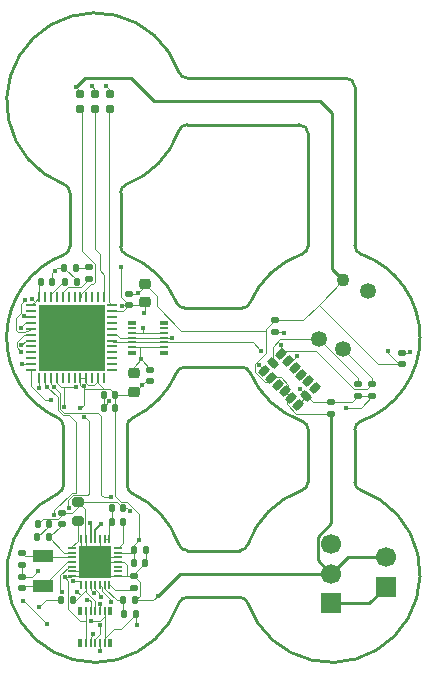
<source format=gbr>
%TF.GenerationSoftware,KiCad,Pcbnew,9.0.1*%
%TF.CreationDate,2025-04-11T17:48:52-04:00*%
%TF.ProjectId,IngestibleCapsule-Board_v2,496e6765-7374-4696-926c-654361707375,rev?*%
%TF.SameCoordinates,Original*%
%TF.FileFunction,Copper,L1,Top*%
%TF.FilePolarity,Positive*%
%FSLAX46Y46*%
G04 Gerber Fmt 4.6, Leading zero omitted, Abs format (unit mm)*
G04 Created by KiCad (PCBNEW 9.0.1) date 2025-04-11 17:48:52*
%MOMM*%
%LPD*%
G01*
G04 APERTURE LIST*
G04 Aperture macros list*
%AMRoundRect*
0 Rectangle with rounded corners*
0 $1 Rounding radius*
0 $2 $3 $4 $5 $6 $7 $8 $9 X,Y pos of 4 corners*
0 Add a 4 corners polygon primitive as box body*
4,1,4,$2,$3,$4,$5,$6,$7,$8,$9,$2,$3,0*
0 Add four circle primitives for the rounded corners*
1,1,$1+$1,$2,$3*
1,1,$1+$1,$4,$5*
1,1,$1+$1,$6,$7*
1,1,$1+$1,$8,$9*
0 Add four rect primitives between the rounded corners*
20,1,$1+$1,$2,$3,$4,$5,0*
20,1,$1+$1,$4,$5,$6,$7,0*
20,1,$1+$1,$6,$7,$8,$9,0*
20,1,$1+$1,$8,$9,$2,$3,0*%
G04 Aperture macros list end*
%TA.AperFunction,SMDPad,CuDef*%
%ADD10R,0.700000X0.200000*%
%TD*%
%TA.AperFunction,SMDPad,CuDef*%
%ADD11R,0.200000X0.700000*%
%TD*%
%TA.AperFunction,SMDPad,CuDef*%
%ADD12R,2.700000X2.700000*%
%TD*%
%TA.AperFunction,SMDPad,CuDef*%
%ADD13RoundRect,0.147500X-0.147500X-0.172500X0.147500X-0.172500X0.147500X0.172500X-0.147500X0.172500X0*%
%TD*%
%TA.AperFunction,SMDPad,CuDef*%
%ADD14RoundRect,0.135000X0.135000X0.185000X-0.135000X0.185000X-0.135000X-0.185000X0.135000X-0.185000X0*%
%TD*%
%TA.AperFunction,SMDPad,CuDef*%
%ADD15RoundRect,0.140000X-0.140000X-0.170000X0.140000X-0.170000X0.140000X0.170000X-0.140000X0.170000X0*%
%TD*%
%TA.AperFunction,ComponentPad*%
%ADD16R,1.700000X1.700000*%
%TD*%
%TA.AperFunction,ComponentPad*%
%ADD17C,1.700000*%
%TD*%
%TA.AperFunction,SMDPad,CuDef*%
%ADD18RoundRect,0.150000X-0.123744X-0.335876X0.335876X0.123744X0.123744X0.335876X-0.335876X-0.123744X0*%
%TD*%
%TA.AperFunction,SMDPad,CuDef*%
%ADD19RoundRect,0.150000X0.123744X-0.335876X0.335876X-0.123744X-0.123744X0.335876X-0.335876X0.123744X0*%
%TD*%
%TA.AperFunction,SMDPad,CuDef*%
%ADD20RoundRect,0.062500X-0.375000X-0.062500X0.375000X-0.062500X0.375000X0.062500X-0.375000X0.062500X0*%
%TD*%
%TA.AperFunction,SMDPad,CuDef*%
%ADD21RoundRect,0.062500X-0.062500X-0.375000X0.062500X-0.375000X0.062500X0.375000X-0.062500X0.375000X0*%
%TD*%
%TA.AperFunction,HeatsinkPad*%
%ADD22R,5.600000X5.600000*%
%TD*%
%TA.AperFunction,SMDPad,CuDef*%
%ADD23RoundRect,0.140000X0.170000X-0.140000X0.170000X0.140000X-0.170000X0.140000X-0.170000X-0.140000X0*%
%TD*%
%TA.AperFunction,SMDPad,CuDef*%
%ADD24RoundRect,0.140000X0.140000X0.170000X-0.140000X0.170000X-0.140000X-0.170000X0.140000X-0.170000X0*%
%TD*%
%TA.AperFunction,SMDPad,CuDef*%
%ADD25RoundRect,0.200000X0.275000X-0.200000X0.275000X0.200000X-0.275000X0.200000X-0.275000X-0.200000X0*%
%TD*%
%TA.AperFunction,SMDPad,CuDef*%
%ADD26RoundRect,0.135000X-0.135000X-0.185000X0.135000X-0.185000X0.135000X0.185000X-0.135000X0.185000X0*%
%TD*%
%TA.AperFunction,SMDPad,CuDef*%
%ADD27RoundRect,0.135000X0.185000X-0.135000X0.185000X0.135000X-0.185000X0.135000X-0.185000X-0.135000X0*%
%TD*%
%TA.AperFunction,SMDPad,CuDef*%
%ADD28RoundRect,0.140000X-0.170000X0.140000X-0.170000X-0.140000X0.170000X-0.140000X0.170000X0.140000X0*%
%TD*%
%TA.AperFunction,SMDPad,CuDef*%
%ADD29R,0.660000X0.350000*%
%TD*%
%TA.AperFunction,SMDPad,CuDef*%
%ADD30R,0.660000X0.230000*%
%TD*%
%TA.AperFunction,SMDPad,CuDef*%
%ADD31R,1.800000X1.000000*%
%TD*%
%TA.AperFunction,ConnectorPad*%
%ADD32C,0.787400*%
%TD*%
%TA.AperFunction,SMDPad,CuDef*%
%ADD33R,0.350000X0.660000*%
%TD*%
%TA.AperFunction,SMDPad,CuDef*%
%ADD34R,0.230000X0.660000*%
%TD*%
%TA.AperFunction,ComponentPad*%
%ADD35C,1.350000*%
%TD*%
%TA.AperFunction,ComponentPad*%
%ADD36C,1.100000*%
%TD*%
%TA.AperFunction,SMDPad,CuDef*%
%ADD37RoundRect,0.135000X-0.185000X0.135000X-0.185000X-0.135000X0.185000X-0.135000X0.185000X0.135000X0*%
%TD*%
%TA.AperFunction,SMDPad,CuDef*%
%ADD38RoundRect,0.225000X0.250000X-0.225000X0.250000X0.225000X-0.250000X0.225000X-0.250000X-0.225000X0*%
%TD*%
%TA.AperFunction,SMDPad,CuDef*%
%ADD39RoundRect,0.147500X-0.172500X0.147500X-0.172500X-0.147500X0.172500X-0.147500X0.172500X0.147500X0*%
%TD*%
%TA.AperFunction,ViaPad*%
%ADD40C,0.450000*%
%TD*%
%TA.AperFunction,Conductor*%
%ADD41C,0.100000*%
%TD*%
%TA.AperFunction,Conductor*%
%ADD42C,0.250000*%
%TD*%
%TA.AperFunction,Conductor*%
%ADD43C,0.200000*%
%TD*%
%TA.AperFunction,Profile*%
%ADD44C,0.250000*%
%TD*%
G04 APERTURE END LIST*
D10*
%TO.P,U5,1,BIAS*%
%TO.N,Net-(U5-BIAS)*%
X88050000Y-117800000D03*
%TO.P,U5,2,PLL_TUNE*%
%TO.N,Net-(U5-PLL_TUNE)*%
X88050000Y-118200000D03*
%TO.P,U5,3,XTAL_C1*%
%TO.N,Net-(U5-XTAL_C1)*%
X88050000Y-118600000D03*
%TO.P,U5,4,XTAL_C2*%
%TO.N,Net-(U5-XTAL_C2)*%
X88050000Y-119000000D03*
%TO.P,U5,5,AVDD_3V*%
%TO.N,+3.3V*%
X88050000Y-119400000D03*
%TO.P,U5,6,GND*%
%TO.N,GND*%
X88050000Y-119800000D03*
%TO.P,U5,7,SHUTDOWN*%
X88050000Y-120200000D03*
D11*
%TO.P,U5,8,IRQ*%
%TO.N,/MCU_RF_IRQ*%
X88800000Y-120950000D03*
%TO.P,U5,9,CSN*%
%TO.N,/MCU_RF_CS*%
X89200000Y-120950000D03*
%TO.P,U5,10,SCK*%
%TO.N,/MCU_SPI_SCK*%
X89600000Y-120950000D03*
%TO.P,U5,11,MOSI*%
%TO.N,/MCU_SPI_MOSI*%
X90000000Y-120950000D03*
%TO.P,U5,12,MISO*%
%TO.N,/MCU_SPI_MISO*%
X90400000Y-120950000D03*
%TO.P,U5,13,RSTN*%
%TO.N,Net-(U5-RSTN)*%
X90800000Y-120950000D03*
%TO.P,U5,14,DVDD_1V8*%
%TO.N,Net-(U5-DVDD_1V8)*%
X91200000Y-120950000D03*
D10*
%TO.P,U5,15,RES*%
%TO.N,GND*%
X91950000Y-120200000D03*
%TO.P,U5,16,XTAL_CLK*%
%TO.N,unconnected-(U5-XTAL_CLK-Pad16)*%
X91950000Y-119800000D03*
%TO.P,U5,17,PLL_CLK*%
%TO.N,unconnected-(U5-PLL_CLK-Pad17)*%
X91950000Y-119400000D03*
%TO.P,U5,18,RES*%
%TO.N,GND*%
X91950000Y-119000000D03*
%TO.P,U5,19,RES*%
X91950000Y-118600000D03*
%TO.P,U5,20,DVDD_3V*%
%TO.N,+3.3V*%
X91950000Y-118200000D03*
%TO.P,U5,21,REG_OUT*%
%TO.N,Net-(U5-REG_OUT)*%
X91950000Y-117800000D03*
D11*
%TO.P,U5,22,DVDD_1V*%
%TO.N,Net-(U5-AVDD_1V)*%
X91200000Y-117050000D03*
%TO.P,U5,23,AVDD_1V*%
X90800000Y-117050000D03*
%TO.P,U5,24,GND*%
%TO.N,GND*%
X90400000Y-117050000D03*
%TO.P,U5,25,RFN*%
%TO.N,/RF Transceiver/RFN*%
X90000000Y-117050000D03*
%TO.P,U5,26,RFP*%
%TO.N,/RF Transceiver/RFP*%
X89600000Y-117050000D03*
%TO.P,U5,27,GND*%
%TO.N,GND*%
X89200000Y-117050000D03*
%TO.P,U5,28,GND*%
X88800000Y-117050000D03*
D12*
%TO.P,U5,29,GND*%
X90000000Y-119000000D03*
%TD*%
D13*
%TO.P,L1,1*%
%TO.N,Net-(U5-AVDD_1V)*%
X91415000Y-115600000D03*
%TO.P,L1,2*%
%TO.N,Net-(U5-REG_OUT)*%
X92385000Y-115600000D03*
%TD*%
D14*
%TO.P,R4,1*%
%TO.N,Net-(D1-K)*%
X88410000Y-94100000D03*
%TO.P,R4,2*%
%TO.N,GND*%
X87390000Y-94100000D03*
%TD*%
D15*
%TO.P,C1,1*%
%TO.N,+3.3V*%
X85390000Y-95250000D03*
%TO.P,C1,2*%
%TO.N,GND*%
X86350000Y-95250000D03*
%TD*%
D16*
%TO.P,J8,1,Pin_1*%
%TO.N,+3.3V*%
X114595000Y-121110000D03*
D17*
%TO.P,J8,2,Pin_2*%
%TO.N,GND*%
X114595000Y-118570000D03*
%TD*%
D15*
%TO.P,C17,1*%
%TO.N,Net-(U5-AVDD_1V)*%
X91425000Y-114450000D03*
%TO.P,C17,2*%
%TO.N,GND*%
X92385000Y-114450000D03*
%TD*%
D14*
%TO.P,R10,1*%
%TO.N,+3.3V*%
X93420000Y-123400000D03*
%TO.P,R10,2*%
%TO.N,Net-(U5-RSTN)*%
X92400000Y-123400000D03*
%TD*%
D18*
%TO.P,U3,1,Vdd_I/O*%
%TO.N,+3.3V*%
X104328680Y-102842893D03*
%TO.P,U3,2,GND*%
%TO.N,GND*%
X104894365Y-103408579D03*
%TO.P,U3,3,RES*%
%TO.N,unconnected-(U3-RES-Pad3)*%
X105460051Y-103974264D03*
%TO.P,U3,4,GND*%
%TO.N,GND*%
X106025736Y-104539949D03*
%TO.P,U3,5,GND*%
X106591421Y-105105635D03*
%TO.P,U3,6,Vs*%
%TO.N,+3.3V*%
X107157107Y-105671320D03*
D19*
%TO.P,U3,7,~{CS}*%
X107864214Y-104964214D03*
D18*
%TO.P,U3,8,INT1*%
%TO.N,unconnected-(U3-INT1-Pad8)*%
X108571320Y-104257107D03*
%TO.P,U3,9,INT2*%
%TO.N,unconnected-(U3-INT2-Pad9)*%
X108005635Y-103691421D03*
%TO.P,U3,10,NC*%
%TO.N,unconnected-(U3-NC-Pad10)*%
X107439949Y-103125736D03*
%TO.P,U3,11,RES*%
%TO.N,unconnected-(U3-RES-Pad11)*%
X106874264Y-102560051D03*
%TO.P,U3,12,SDO/ADDR*%
%TO.N,Net-(U3-SDO{slash}ADDR)*%
X106308579Y-101994365D03*
%TO.P,U3,13,SDA/SDI/SDIO*%
%TO.N,/MCU_I2C_SDA*%
X105742893Y-101428680D03*
D19*
%TO.P,U3,14,SCL/SCLK*%
%TO.N,/MCU_I2C_SCL*%
X105035786Y-102135786D03*
%TD*%
D20*
%TO.P,U1,1,VBAT*%
%TO.N,+3.3V*%
X84562500Y-97250000D03*
%TO.P,U1,2,PC13*%
%TO.N,unconnected-(U1-PC13-Pad2)*%
X84562500Y-97750000D03*
%TO.P,U1,3,PC14*%
%TO.N,Net-(U1-PC14)*%
X84562500Y-98250000D03*
%TO.P,U1,4,PC15*%
%TO.N,Net-(U1-PC15)*%
X84562500Y-98750000D03*
%TO.P,U1,5,PF0*%
%TO.N,Net-(U1-PF0)*%
X84562500Y-99250000D03*
%TO.P,U1,6,PF1*%
%TO.N,Net-(U1-PF1)*%
X84562500Y-99750000D03*
%TO.P,U1,7,PG10*%
%TO.N,/Processor/NRST*%
X84562500Y-100250000D03*
%TO.P,U1,8,PA0*%
%TO.N,unconnected-(U1-PA0-Pad8)*%
X84562500Y-100750000D03*
%TO.P,U1,9,PA1*%
%TO.N,unconnected-(U1-PA1-Pad9)*%
X84562500Y-101250000D03*
%TO.P,U1,10,PA2*%
%TO.N,unconnected-(U1-PA2-Pad10)*%
X84562500Y-101750000D03*
%TO.P,U1,11,PA3*%
%TO.N,/MCU_RF_IRQ*%
X84562500Y-102250000D03*
%TO.P,U1,12,PA4*%
%TO.N,/MCU_RF_CS*%
X84562500Y-102750000D03*
D21*
%TO.P,U1,13,PA5*%
%TO.N,/MCU_SPI_SCK*%
X85250000Y-103437500D03*
%TO.P,U1,14,PA6*%
%TO.N,/MCU_SPI_MISO*%
X85750000Y-103437500D03*
%TO.P,U1,15,PA7*%
%TO.N,/MCU_SPI_MOSI*%
X86250000Y-103437500D03*
%TO.P,U1,16,PC4*%
%TO.N,/MCU_MEM_CS*%
X86750000Y-103437500D03*
%TO.P,U1,17,PB0*%
%TO.N,unconnected-(U1-PB0-Pad17)*%
X87250000Y-103437500D03*
%TO.P,U1,18,PB1*%
%TO.N,unconnected-(U1-PB1-Pad18)*%
X87750000Y-103437500D03*
%TO.P,U1,19,PB2*%
%TO.N,unconnected-(U1-PB2-Pad19)*%
X88250000Y-103437500D03*
%TO.P,U1,20,VREF+*%
%TO.N,+3.3V*%
X88750000Y-103437500D03*
%TO.P,U1,21,VDDA*%
X89250000Y-103437500D03*
%TO.P,U1,22,PB10*%
%TO.N,unconnected-(U1-PB10-Pad22)*%
X89750000Y-103437500D03*
%TO.P,U1,23,VDD*%
%TO.N,+3.3V*%
X90250000Y-103437500D03*
%TO.P,U1,24,PB11*%
%TO.N,unconnected-(U1-PB11-Pad24)*%
X90750000Y-103437500D03*
D20*
%TO.P,U1,25,PB12*%
%TO.N,unconnected-(U1-PB12-Pad25)*%
X91437500Y-102750000D03*
%TO.P,U1,26,PB13*%
%TO.N,unconnected-(U1-PB13-Pad26)*%
X91437500Y-102250000D03*
%TO.P,U1,27,PB14*%
%TO.N,unconnected-(U1-PB14-Pad27)*%
X91437500Y-101750000D03*
%TO.P,U1,28,PB15*%
%TO.N,unconnected-(U1-PB15-Pad28)*%
X91437500Y-101250000D03*
%TO.P,U1,29,PC6*%
%TO.N,unconnected-(U1-PC6-Pad29)*%
X91437500Y-100750000D03*
%TO.P,U1,30,PA8*%
%TO.N,/MCU_I2C_SDA*%
X91437500Y-100250000D03*
%TO.P,U1,31,PA9*%
%TO.N,/MCU_I2C_SCL*%
X91437500Y-99750000D03*
%TO.P,U1,32,PA10*%
%TO.N,unconnected-(U1-PA10-Pad32)*%
X91437500Y-99250000D03*
%TO.P,U1,33,PA11*%
%TO.N,unconnected-(U1-PA11-Pad33)*%
X91437500Y-98750000D03*
%TO.P,U1,34,PA12*%
%TO.N,unconnected-(U1-PA12-Pad34)*%
X91437500Y-98250000D03*
%TO.P,U1,35,VDD*%
%TO.N,+3.3V*%
X91437500Y-97750000D03*
%TO.P,U1,36,PA13*%
%TO.N,/Processor/SWDIO*%
X91437500Y-97250000D03*
D21*
%TO.P,U1,37,PA14*%
%TO.N,/Processor/SWCLK*%
X90750000Y-96562500D03*
%TO.P,U1,38,PA15*%
%TO.N,unconnected-(U1-PA15-Pad38)*%
X90250000Y-96562500D03*
%TO.P,U1,39,PC10*%
%TO.N,unconnected-(U1-PC10-Pad39)*%
X89750000Y-96562500D03*
%TO.P,U1,40,PC11*%
%TO.N,unconnected-(U1-PC11-Pad40)*%
X89250000Y-96562500D03*
%TO.P,U1,41,PB3*%
%TO.N,/Processor/SWO*%
X88750000Y-96562500D03*
%TO.P,U1,42,PB4*%
%TO.N,unconnected-(U1-PB4-Pad42)*%
X88250000Y-96562500D03*
%TO.P,U1,43,PB5*%
%TO.N,unconnected-(U1-PB5-Pad43)*%
X87750000Y-96562500D03*
%TO.P,U1,44,PB6*%
%TO.N,/Processor/LED_OUT*%
X87250000Y-96562500D03*
%TO.P,U1,45,PB7*%
%TO.N,unconnected-(U1-PB7-Pad45)*%
X86750000Y-96562500D03*
%TO.P,U1,46,PB8*%
%TO.N,/Processor/BOOT0*%
X86250000Y-96562500D03*
%TO.P,U1,47,PB9*%
%TO.N,unconnected-(U1-PB9-Pad47)*%
X85750000Y-96562500D03*
%TO.P,U1,48,VDD*%
%TO.N,+3.3V*%
X85250000Y-96562500D03*
D22*
%TO.P,U1,49,VSS*%
%TO.N,GND*%
X88000000Y-100000000D03*
%TD*%
D16*
%TO.P,J7,1,Pin_1*%
%TO.N,+3.3V*%
X110000000Y-122500000D03*
D17*
%TO.P,J7,2,Pin_2*%
%TO.N,GND*%
X110000000Y-120000000D03*
%TO.P,J7,3,Pin_3*%
%TO.N,unconnected-(J7-Pin_3-Pad3)*%
X110000000Y-117500000D03*
%TD*%
D23*
%TO.P,C3,1*%
%TO.N,+3.3V*%
X92850000Y-97280000D03*
%TO.P,C3,2*%
%TO.N,GND*%
X92850000Y-96320000D03*
%TD*%
D24*
%TO.P,C5,1*%
%TO.N,+3.3V*%
X91680000Y-104850000D03*
%TO.P,C5,2*%
%TO.N,GND*%
X90720000Y-104850000D03*
%TD*%
D25*
%TO.P,R11,1*%
%TO.N,Net-(U5-BIAS)*%
X88500000Y-115550000D03*
%TO.P,R11,2*%
%TO.N,GND*%
X88500000Y-113900000D03*
%TD*%
D26*
%TO.P,R9,1*%
%TO.N,+3.3V*%
X87130000Y-122200000D03*
%TO.P,R9,2*%
%TO.N,/MCU_RF_CS*%
X88150000Y-122200000D03*
%TD*%
D23*
%TO.P,C20,1*%
%TO.N,Net-(U5-DVDD_1V8)*%
X93300000Y-121160000D03*
%TO.P,C20,2*%
%TO.N,GND*%
X93300000Y-120200000D03*
%TD*%
D27*
%TO.P,R5,1*%
%TO.N,+3.3V*%
X112250000Y-104950000D03*
%TO.P,R5,2*%
%TO.N,/MCU_I2C_SCL*%
X112250000Y-103930000D03*
%TD*%
D28*
%TO.P,C13,1*%
%TO.N,+3.3V*%
X116000000Y-101270000D03*
%TO.P,C13,2*%
%TO.N,GND*%
X116000000Y-102230000D03*
%TD*%
D24*
%TO.P,C23,1*%
%TO.N,Net-(C23-Pad1)*%
X86080000Y-115820000D03*
%TO.P,C23,2*%
%TO.N,GND*%
X85120000Y-115820000D03*
%TD*%
D15*
%TO.P,C19,1*%
%TO.N,Net-(U5-RSTN)*%
X92390000Y-122250000D03*
%TO.P,C19,2*%
%TO.N,GND*%
X93350000Y-122250000D03*
%TD*%
D29*
%TO.P,J1,*%
%TO.N,*%
X93145000Y-101275000D03*
X95855000Y-101275000D03*
X93145000Y-98725000D03*
X95855000Y-98725000D03*
D30*
%TO.P,J1,1,1*%
%TO.N,GND*%
X93145000Y-100800000D03*
%TO.P,J1,2,2*%
X95855000Y-100800000D03*
%TO.P,J1,3,3*%
%TO.N,/MCU_I2C_SDA*%
X93145000Y-100400000D03*
%TO.P,J1,4,4*%
X95855000Y-100400000D03*
%TO.P,J1,5,5*%
%TO.N,/MCU_I2C_SCL*%
X93145000Y-100000000D03*
%TO.P,J1,6,6*%
X95855000Y-100000000D03*
%TO.P,J1,7,7*%
%TO.N,+3.3V*%
X93145000Y-99600000D03*
%TO.P,J1,8,8*%
X95855000Y-99600000D03*
%TO.P,J1,9,9*%
%TO.N,unconnected-(J1-Pad9)*%
X93145000Y-99200000D03*
%TO.P,J1,10,10*%
%TO.N,unconnected-(J1-Pad10)*%
X95855000Y-99200000D03*
%TD*%
D28*
%TO.P,C22,1*%
%TO.N,Net-(U5-XTAL_C1)*%
X83828228Y-118260000D03*
%TO.P,C22,2*%
%TO.N,GND*%
X83828228Y-119220000D03*
%TD*%
D31*
%TO.P,Y3,1,1*%
%TO.N,Net-(U5-XTAL_C2)*%
X85578228Y-121000000D03*
%TO.P,Y3,2,2*%
%TO.N,Net-(U5-XTAL_C1)*%
X85578228Y-118500000D03*
%TD*%
D28*
%TO.P,C14,1*%
%TO.N,+3.3V*%
X110000000Y-105470000D03*
%TO.P,C14,2*%
%TO.N,GND*%
X110000000Y-106430000D03*
%TD*%
D14*
%TO.P,R12,1*%
%TO.N,Net-(U5-PLL_TUNE)*%
X86100000Y-116920000D03*
%TO.P,R12,2*%
%TO.N,Net-(C23-Pad1)*%
X85080000Y-116920000D03*
%TD*%
D23*
%TO.P,C21,1*%
%TO.N,Net-(U5-XTAL_C2)*%
X83828228Y-121240000D03*
%TO.P,C21,2*%
%TO.N,GND*%
X83828228Y-120280000D03*
%TD*%
D32*
%TO.P,J5,1,VCC*%
%TO.N,+3.3V*%
X91270000Y-79365000D03*
%TO.P,J5,2,SWDIO*%
%TO.N,/Processor/SWDIO*%
X91270000Y-80635000D03*
%TO.P,J5,3,~{RESET}*%
%TO.N,/Processor/NRST*%
X90000000Y-79365000D03*
%TO.P,J5,4,SWCLK*%
%TO.N,/Processor/SWCLK*%
X90000000Y-80635000D03*
%TO.P,J5,5,GND*%
%TO.N,GND*%
X88730000Y-79365000D03*
%TO.P,J5,6,SWO*%
%TO.N,/Processor/SWO*%
X88730000Y-80635000D03*
%TD*%
D23*
%TO.P,C24,1*%
%TO.N,Net-(U5-PLL_TUNE)*%
X87150000Y-115800000D03*
%TO.P,C24,2*%
%TO.N,GND*%
X87150000Y-114840000D03*
%TD*%
D33*
%TO.P,J4,*%
%TO.N,*%
X88725000Y-123145000D03*
X88725000Y-125855000D03*
X91275000Y-123145000D03*
X91275000Y-125855000D03*
D34*
%TO.P,J4,1,1*%
%TO.N,GND*%
X89200000Y-123145000D03*
%TO.P,J4,2,2*%
X89200000Y-125855000D03*
%TO.P,J4,3,3*%
%TO.N,/MCU_SPI_SCK*%
X89600000Y-123145000D03*
%TO.P,J4,4,4*%
%TO.N,/MCU_SPI_MISO*%
X89600000Y-125855000D03*
%TO.P,J4,5,5*%
%TO.N,/MCU_RF_CS*%
X90000000Y-123145000D03*
%TO.P,J4,6,6*%
%TO.N,/MCU_SPI_MOSI*%
X90000000Y-125855000D03*
%TO.P,J4,7,7*%
%TO.N,/MCU_RF_IRQ*%
X90400000Y-123145000D03*
%TO.P,J4,8,8*%
%TO.N,/MCU_MEM_CS*%
X90400000Y-125855000D03*
%TO.P,J4,9,9*%
%TO.N,+3.3V*%
X90800000Y-123145000D03*
%TO.P,J4,10,10*%
X90800000Y-125855000D03*
%TD*%
D35*
%TO.P,U2,1,SDA*%
%TO.N,/MCU_I2C_SDA*%
X111000000Y-101000000D03*
%TO.P,U2,2,VDD*%
%TO.N,+3.3V*%
X113065000Y-96015000D03*
D36*
%TO.P,U2,3,GND*%
%TO.N,GND*%
X111000000Y-95160000D03*
D35*
%TO.P,U2,4,SCL*%
%TO.N,/MCU_I2C_SCL*%
X108935000Y-100145000D03*
%TD*%
D26*
%TO.P,R2,1*%
%TO.N,/Processor/BOOT0*%
X87400000Y-95250000D03*
%TO.P,R2,2*%
%TO.N,GND*%
X88420000Y-95250000D03*
%TD*%
D15*
%TO.P,C16,1*%
%TO.N,+3.3V*%
X93300000Y-118000000D03*
%TO.P,C16,2*%
%TO.N,GND*%
X94260000Y-118000000D03*
%TD*%
D37*
%TO.P,R7,1*%
%TO.N,GND*%
X105200000Y-98540000D03*
%TO.P,R7,2*%
%TO.N,Net-(U3-SDO{slash}ADDR)*%
X105200000Y-99560000D03*
%TD*%
D23*
%TO.P,C6,1*%
%TO.N,+3.3V*%
X94650000Y-103680000D03*
%TO.P,C6,2*%
%TO.N,GND*%
X94650000Y-102720000D03*
%TD*%
D38*
%TO.P,C7,1*%
%TO.N,+3.3V*%
X93250000Y-104575000D03*
%TO.P,C7,2*%
%TO.N,GND*%
X93250000Y-103025000D03*
%TD*%
D24*
%TO.P,C4,1*%
%TO.N,+3.3V*%
X91680000Y-105950000D03*
%TO.P,C4,2*%
%TO.N,GND*%
X90720000Y-105950000D03*
%TD*%
D39*
%TO.P,D1,1,K*%
%TO.N,Net-(D1-K)*%
X89500000Y-94050000D03*
%TO.P,D1,2,A*%
%TO.N,/Processor/LED_OUT*%
X89500000Y-95020000D03*
%TD*%
D38*
%TO.P,C8,1*%
%TO.N,+3.3V*%
X94250000Y-96975000D03*
%TO.P,C8,2*%
%TO.N,GND*%
X94250000Y-95425000D03*
%TD*%
D27*
%TO.P,R6,1*%
%TO.N,+3.3V*%
X113450000Y-104960000D03*
%TO.P,R6,2*%
%TO.N,/MCU_I2C_SDA*%
X113450000Y-103940000D03*
%TD*%
D15*
%TO.P,C18,1*%
%TO.N,+3.3V*%
X93280000Y-119090000D03*
%TO.P,C18,2*%
%TO.N,GND*%
X94240000Y-119090000D03*
%TD*%
D40*
%TO.N,/MCU_SPI_MISO*%
X86515000Y-114983788D03*
%TO.N,/MCU_MEM_CS*%
X85910000Y-124250000D03*
X83920000Y-122340000D03*
X87388702Y-105888373D03*
%TO.N,/MCU_RF_IRQ*%
X89080000Y-106735000D03*
X87761881Y-114465000D03*
%TO.N,/MCU_RF_CS*%
X88450166Y-121519834D03*
%TO.N,/MCU_SPI_MOSI*%
X91314684Y-113525000D03*
%TO.N,Net-(U1-PF0)*%
X84074519Y-96815935D03*
%TO.N,GND*%
X86550000Y-94350000D03*
X93850000Y-101850000D03*
X92944834Y-114705166D03*
X114820000Y-101160000D03*
X89570000Y-100980000D03*
X85150000Y-119750000D03*
X85632434Y-101384433D03*
X95300000Y-121850000D03*
X93650000Y-96200000D03*
X88400000Y-78750000D03*
X89890000Y-97520000D03*
X87425000Y-120275000D03*
X90450000Y-101850000D03*
X91200000Y-105400000D03*
%TO.N,Net-(U1-PC14)*%
X84002473Y-98153897D03*
%TO.N,Net-(U1-PC15)*%
X83699000Y-99165000D03*
%TO.N,+3.3V*%
X116650000Y-101200000D03*
X93500000Y-124325000D03*
X87225000Y-121550000D03*
X111270000Y-105940000D03*
X93950000Y-104000000D03*
X107300000Y-104350000D03*
X84610000Y-96690000D03*
X92150000Y-94000000D03*
X88710000Y-105980000D03*
X94150000Y-97950000D03*
X89010000Y-104060000D03*
X103900000Y-102350000D03*
X85250000Y-122800000D03*
X89675000Y-123975000D03*
X92240000Y-97290000D03*
X93700000Y-117175000D03*
X94050000Y-99150000D03*
X90900000Y-78700000D03*
%TO.N,/Processor/NRST*%
X89700000Y-78700000D03*
X83725000Y-100650000D03*
%TO.N,/MCU_I2C_SCL*%
X96520000Y-100010000D03*
%TO.N,/MCU_I2C_SDA*%
X105685583Y-100654371D03*
X104055000Y-101094834D03*
%TO.N,/MCU_MEM_CS*%
X88400039Y-104193212D03*
X90400000Y-126550000D03*
%TO.N,/MCU_RF_IRQ*%
X83790000Y-102250000D03*
X88128266Y-120625002D03*
X90375000Y-122570497D03*
%TO.N,/MCU_SPI_MOSI*%
X90475000Y-121925000D03*
%TO.N,/MCU_SPI_MISO*%
X91325000Y-122425000D03*
%TO.N,/MCU_SPI_SCK*%
X89852666Y-121647334D03*
%TO.N,/MCU_SPI_MISO*%
X89849997Y-125125000D03*
%TO.N,/MCU_SPI_SCK*%
X89340166Y-122195497D03*
%TO.N,/MCU_SPI_MISO*%
X85933319Y-104181737D03*
%TO.N,/MCU_SPI_MOSI*%
X90375000Y-124350000D03*
X86511701Y-104167031D03*
%TO.N,/MCU_SPI_SCK*%
X85250000Y-104250000D03*
%TO.N,/MCU_RF_CS*%
X86273584Y-105275000D03*
%TO.N,/RF Transceiver/RFN*%
X90500000Y-115750000D03*
%TO.N,/RF Transceiver/RFP*%
X89550000Y-115700000D03*
%TO.N,Net-(U1-PF1)*%
X83730851Y-101199972D03*
%TO.N,Net-(U3-SDO{slash}ADDR)*%
X107100000Y-101550000D03*
X106000000Y-99600000D03*
%TD*%
D41*
%TO.N,/MCU_RF_IRQ*%
X87700000Y-114403119D02*
X87761881Y-114465000D01*
X89440000Y-113220000D02*
X89320000Y-113340000D01*
X87700000Y-113723068D02*
X87700000Y-114403119D01*
X89440000Y-107069671D02*
X89440000Y-113220000D01*
X89105329Y-106735000D02*
X89440000Y-107069671D01*
X89320000Y-113340000D02*
X88083068Y-113340000D01*
X89080000Y-106735000D02*
X89105329Y-106735000D01*
X88083068Y-113340000D02*
X87700000Y-113723068D01*
%TO.N,/MCU_SPI_MOSI*%
X90510000Y-113290000D02*
X90745000Y-113525000D01*
X87330000Y-106360000D02*
X90200000Y-106360000D01*
X87010000Y-106040000D02*
X87330000Y-106360000D01*
X90200000Y-106360000D02*
X90510000Y-106670000D01*
X87010000Y-104665330D02*
X87010000Y-106040000D01*
X86511701Y-104167031D02*
X87010000Y-104665330D01*
X90510000Y-106670000D02*
X90510000Y-113290000D01*
X90745000Y-113525000D02*
X91314684Y-113525000D01*
%TO.N,+3.3V*%
X92680000Y-113910000D02*
X93700000Y-114930000D01*
X92160000Y-113910000D02*
X92680000Y-113910000D01*
X91680000Y-113430000D02*
X92160000Y-113910000D01*
X91680000Y-105950000D02*
X91680000Y-113430000D01*
X93700000Y-114930000D02*
X93700000Y-117175000D01*
%TO.N,/MCU_SPI_MISO*%
X86809000Y-105057418D02*
X85933319Y-104181737D01*
X86809000Y-106123257D02*
X86809000Y-105057418D01*
X87255743Y-106570000D02*
X86809000Y-106123257D01*
X88350000Y-113140000D02*
X88350000Y-107120000D01*
X87800000Y-106570000D02*
X87255743Y-106570000D01*
X86514834Y-114983622D02*
X86514834Y-114625166D01*
X86515000Y-114983788D02*
X86514834Y-114983622D01*
X86514834Y-114625166D02*
X88000000Y-113140000D01*
X88000000Y-113140000D02*
X88350000Y-113140000D01*
X88350000Y-107120000D02*
X87800000Y-106570000D01*
%TO.N,GND*%
X87150000Y-115050000D02*
X87150000Y-114840000D01*
X86840000Y-115360000D02*
X87150000Y-115050000D01*
X85120000Y-115820000D02*
X85580000Y-115360000D01*
X85580000Y-115360000D02*
X86840000Y-115360000D01*
%TO.N,+3.3V*%
X89010000Y-105680000D02*
X89010000Y-104440000D01*
X88710000Y-105980000D02*
X89010000Y-105680000D01*
%TO.N,GND*%
X88500000Y-114340000D02*
X88500000Y-113900000D01*
X88000000Y-114840000D02*
X88500000Y-114340000D01*
X87150000Y-114840000D02*
X88000000Y-114840000D01*
%TO.N,/MCU_MEM_CS*%
X84000000Y-122340000D02*
X85910000Y-124250000D01*
X83920000Y-122340000D02*
X84000000Y-122340000D01*
X87380000Y-104193212D02*
X88400039Y-104193212D01*
X87388702Y-105888373D02*
X87388702Y-104201914D01*
X87388702Y-104201914D02*
X87380000Y-104193212D01*
%TO.N,+3.3V*%
X89061000Y-104389000D02*
X90764001Y-104389000D01*
X89010000Y-104440000D02*
X89061000Y-104389000D01*
%TO.N,/MCU_RF_CS*%
X88489834Y-121519834D02*
X88450166Y-121519834D01*
X88785000Y-121815000D02*
X88400000Y-122200000D01*
X88785000Y-121815000D02*
X88489834Y-121519834D01*
%TO.N,Net-(U5-DVDD_1V8)*%
X91250000Y-120950000D02*
X91660000Y-121360000D01*
X91660000Y-121360000D02*
X93100000Y-121360000D01*
X91200000Y-120950000D02*
X91250000Y-120950000D01*
X93100000Y-121360000D02*
X93300000Y-121160000D01*
%TO.N,Net-(U1-PF0)*%
X83324000Y-98306000D02*
X83324000Y-99364000D01*
X83500000Y-99540000D02*
X84031334Y-99540000D01*
X84097334Y-99474000D02*
X84338500Y-99474000D01*
X84338500Y-99474000D02*
X84562500Y-99250000D01*
X83324000Y-99364000D02*
X83500000Y-99540000D01*
X83750000Y-97140454D02*
X83750000Y-97874625D01*
X84074519Y-96815935D02*
X83750000Y-97140454D01*
X83626473Y-98003527D02*
X83324000Y-98306000D01*
X83626473Y-97998152D02*
X83626473Y-98003527D01*
X84031334Y-99540000D02*
X84097334Y-99474000D01*
X83750000Y-97874625D02*
X83626473Y-97998152D01*
%TO.N,GND*%
X93761000Y-120661000D02*
X93761000Y-121839000D01*
X116000000Y-102230000D02*
X113980000Y-102230000D01*
X94650000Y-102650000D02*
X93850000Y-101850000D01*
X95190000Y-97340000D02*
X97290000Y-99440000D01*
X93250000Y-102450000D02*
X93850000Y-101850000D01*
X83828228Y-120280000D02*
X84620000Y-120280000D01*
X88420000Y-95250000D02*
X88420000Y-95130000D01*
X93300000Y-120200000D02*
X92650000Y-120200000D01*
X87975000Y-120275000D02*
X88050000Y-120200000D01*
X89200000Y-125855000D02*
X89200000Y-123975000D01*
X106255546Y-105655057D02*
X106255546Y-105441510D01*
X92850000Y-96320000D02*
X93530000Y-96320000D01*
D42*
X110030000Y-94190000D02*
X111000000Y-95160000D01*
D41*
X92689668Y-114450000D02*
X92944834Y-114705166D01*
X92650000Y-120200000D02*
X91950000Y-120200000D01*
X106591421Y-105105635D02*
X106025736Y-104539949D01*
X88500000Y-113900000D02*
X89126000Y-114526000D01*
X90720000Y-105880000D02*
X91200000Y-105400000D01*
X90720000Y-104850000D02*
X90720000Y-105950000D01*
X104968494Y-103334450D02*
X105705535Y-103334450D01*
X92385000Y-114450000D02*
X91835000Y-113900000D01*
D42*
X95300000Y-121850000D02*
X97150000Y-120000000D01*
D41*
X90400000Y-117050000D02*
X90400000Y-118600000D01*
X91835000Y-113900000D02*
X88500000Y-113900000D01*
X103744255Y-101974000D02*
X103524000Y-102194255D01*
X114820000Y-101160000D02*
X114820000Y-101330000D01*
X105200000Y-98540000D02*
X104430000Y-99310000D01*
X88050000Y-120200000D02*
X88800000Y-120200000D01*
D42*
X109050000Y-79990000D02*
X110030000Y-80970000D01*
X89130000Y-78020000D02*
X93030000Y-78020000D01*
D41*
X88730000Y-79365000D02*
X88730000Y-79080000D01*
X89200000Y-119800000D02*
X90000000Y-119000000D01*
X94240000Y-119040000D02*
X94260000Y-119020000D01*
D42*
X93030000Y-78020000D02*
X95000000Y-79990000D01*
X111430000Y-118570000D02*
X114595000Y-118570000D01*
D41*
X104430000Y-101300000D02*
X103756000Y-101974000D01*
X93300000Y-120030000D02*
X94240000Y-119090000D01*
D42*
X110000000Y-120000000D02*
X111430000Y-118570000D01*
D41*
X93350000Y-122250000D02*
X94900000Y-122250000D01*
X93530000Y-96320000D02*
X93650000Y-96200000D01*
X93250000Y-103025000D02*
X93250000Y-102450000D01*
X83828228Y-120280000D02*
X83828228Y-119220000D01*
X103524000Y-102194255D02*
X103524000Y-102923511D01*
X93800000Y-100800000D02*
X93800000Y-101800000D01*
X92400000Y-119000000D02*
X91950000Y-119000000D01*
D42*
X110000000Y-115730000D02*
X110000000Y-106430000D01*
D41*
X86350000Y-95250000D02*
X86350000Y-94550000D01*
X86800000Y-94100000D02*
X86550000Y-94350000D01*
D42*
X95000000Y-79990000D02*
X109050000Y-79990000D01*
D41*
X93800000Y-100800000D02*
X95855000Y-100800000D01*
X90400000Y-118600000D02*
X90000000Y-119000000D01*
D42*
X97150000Y-120000000D02*
X110000000Y-120000000D01*
D41*
X87425000Y-120275000D02*
X87975000Y-120275000D01*
X106255546Y-105441510D02*
X106591421Y-105105635D01*
X89126000Y-116976000D02*
X89200000Y-117050000D01*
X87729000Y-120579000D02*
X87729000Y-122956000D01*
X91950000Y-119000000D02*
X90000000Y-119000000D01*
D42*
X88400000Y-78750000D02*
X89130000Y-78020000D01*
D41*
X115720000Y-102230000D02*
X116000000Y-102230000D01*
X94650000Y-102720000D02*
X94650000Y-102650000D01*
X91950000Y-118600000D02*
X90400000Y-118600000D01*
X104558490Y-103744454D02*
X104894365Y-103408579D01*
X108955000Y-97205000D02*
X111000000Y-95160000D01*
X94260000Y-119020000D02*
X94260000Y-118000000D01*
X88800000Y-120200000D02*
X90000000Y-119000000D01*
X93761000Y-121839000D02*
X93350000Y-122250000D01*
X94900000Y-122250000D02*
X95300000Y-121850000D01*
X90720000Y-105950000D02*
X90720000Y-105880000D01*
X105705535Y-103334450D02*
X106350000Y-103978915D01*
X92650000Y-119250000D02*
X92400000Y-119000000D01*
X93800000Y-101800000D02*
X93850000Y-101850000D01*
X89126000Y-114526000D02*
X89126000Y-116976000D01*
X89200000Y-118200000D02*
X90000000Y-119000000D01*
X107620000Y-98540000D02*
X108955000Y-97205000D01*
X92385000Y-114450000D02*
X92689668Y-114450000D01*
X95190000Y-96440000D02*
X95190000Y-97340000D01*
X104430000Y-99310000D02*
X104430000Y-99920000D01*
D42*
X110000000Y-120000000D02*
X108850000Y-118850000D01*
D41*
X104344943Y-103744454D02*
X104558490Y-103744454D01*
X84620000Y-120280000D02*
X85150000Y-119750000D01*
X94240000Y-119090000D02*
X94240000Y-119040000D01*
X103524000Y-102923511D02*
X104344943Y-103744454D01*
D42*
X108850000Y-118850000D02*
X108850000Y-116880000D01*
D41*
X97290000Y-99440000D02*
X104430000Y-99440000D01*
X88420000Y-95130000D02*
X87390000Y-94100000D01*
X89200000Y-123975000D02*
X89200000Y-123145000D01*
X91200000Y-120200000D02*
X90000000Y-119000000D01*
X93300000Y-120200000D02*
X93761000Y-120661000D01*
X94250000Y-95425000D02*
X94250000Y-95500000D01*
X104430000Y-99920000D02*
X104430000Y-101300000D01*
D42*
X108850000Y-116880000D02*
X110000000Y-115730000D01*
D41*
X88730000Y-79080000D02*
X88400000Y-78750000D01*
X88748000Y-123975000D02*
X89200000Y-123975000D01*
X91950000Y-120200000D02*
X91200000Y-120200000D01*
X86350000Y-94550000D02*
X86550000Y-94350000D01*
X93145000Y-100800000D02*
X93800000Y-100800000D01*
X106350000Y-103978915D02*
X106350000Y-104215685D01*
X92650000Y-120200000D02*
X92650000Y-119250000D01*
X113980000Y-102230000D02*
X108955000Y-97205000D01*
X93300000Y-120200000D02*
X93300000Y-120030000D01*
X107030489Y-106430000D02*
X106255546Y-105655057D01*
X88050000Y-119800000D02*
X89200000Y-119800000D01*
X88800000Y-117050000D02*
X88800000Y-117800000D01*
X105200000Y-98540000D02*
X107620000Y-98540000D01*
X103756000Y-101974000D02*
X103744255Y-101974000D01*
D42*
X110030000Y-80970000D02*
X110030000Y-94190000D01*
D41*
X94250000Y-95500000D02*
X95190000Y-96440000D01*
X106350000Y-104215685D02*
X106025736Y-104539949D01*
X87390000Y-94100000D02*
X86800000Y-94100000D01*
X114820000Y-101330000D02*
X115720000Y-102230000D01*
X88800000Y-117800000D02*
X90000000Y-119000000D01*
X110000000Y-106430000D02*
X107030489Y-106430000D01*
X87425000Y-120275000D02*
X87729000Y-120579000D01*
X104894365Y-103408579D02*
X104968494Y-103334450D01*
X89200000Y-117050000D02*
X89200000Y-118200000D01*
X87729000Y-122956000D02*
X88748000Y-123975000D01*
X94250000Y-95600000D02*
X93650000Y-96200000D01*
X94250000Y-95425000D02*
X94250000Y-95600000D01*
%TO.N,Net-(U1-PC14)*%
X84075267Y-98250000D02*
X84562500Y-98250000D01*
X84002473Y-98177206D02*
X84075267Y-98250000D01*
X84002473Y-98153897D02*
X84002473Y-98177206D01*
%TO.N,Net-(U1-PC15)*%
X83699000Y-99165000D02*
X83699000Y-99076000D01*
X84025000Y-98750000D02*
X84562500Y-98750000D01*
X83699000Y-99076000D02*
X84025000Y-98750000D01*
%TO.N,+3.3V*%
X87225000Y-121550000D02*
X87049000Y-121374000D01*
X88810000Y-104060000D02*
X88750000Y-104000000D01*
X94270000Y-103680000D02*
X93950000Y-104000000D01*
X93300000Y-117575000D02*
X93700000Y-117175000D01*
X90250000Y-103678666D02*
X90250000Y-103437500D01*
X94650000Y-103680000D02*
X94270000Y-103680000D01*
D42*
X110000000Y-122500000D02*
X113205000Y-122500000D01*
D41*
X89401001Y-104026000D02*
X89902666Y-104026000D01*
X92975000Y-104850000D02*
X93250000Y-104575000D01*
X93250000Y-104575000D02*
X93375000Y-104575000D01*
X111270000Y-105940000D02*
X112470000Y-105940000D01*
X85250000Y-96562500D02*
X85250000Y-95390000D01*
X111730000Y-105470000D02*
X112250000Y-104950000D01*
X92250000Y-97280000D02*
X92240000Y-97290000D01*
X92380000Y-97750000D02*
X91437500Y-97750000D01*
X90250000Y-103874999D02*
X90764001Y-104389000D01*
X85250000Y-95390000D02*
X85390000Y-95250000D01*
X108420000Y-105470000D02*
X110000000Y-105470000D01*
X89250000Y-103874999D02*
X89401001Y-104026000D01*
X85850000Y-122200000D02*
X87130000Y-122200000D01*
X93145000Y-99600000D02*
X94050000Y-99600000D01*
X93300000Y-119070000D02*
X93280000Y-119090000D01*
X93420000Y-123400000D02*
X92166627Y-124653373D01*
X91680000Y-104850000D02*
X92975000Y-104850000D01*
X93300000Y-118000000D02*
X93300000Y-119070000D01*
X90764001Y-104389000D02*
X91219000Y-104389000D01*
X116580000Y-101270000D02*
X116650000Y-101200000D01*
X91270000Y-79070000D02*
X90900000Y-78700000D01*
X93945000Y-97280000D02*
X94250000Y-96975000D01*
X92850000Y-97280000D02*
X92250000Y-97280000D01*
X116000000Y-101270000D02*
X116580000Y-101270000D01*
X94250000Y-96975000D02*
X94250000Y-97850000D01*
X90800000Y-125375000D02*
X90825000Y-125400000D01*
X107864214Y-104914214D02*
X107300000Y-104350000D01*
X91219000Y-104389000D02*
X91680000Y-104850000D01*
X85250000Y-122800000D02*
X85850000Y-122200000D01*
D42*
X113205000Y-122500000D02*
X114595000Y-121110000D01*
D41*
X93100000Y-118200000D02*
X91950000Y-118200000D01*
X87049000Y-121374000D02*
X87049000Y-120119255D01*
X91270000Y-79365000D02*
X91270000Y-79070000D01*
X90400000Y-123975000D02*
X89675000Y-123975000D01*
X93420000Y-123400000D02*
X93420000Y-124245000D01*
X104328680Y-102842893D02*
X104328680Y-102778680D01*
X93300000Y-118000000D02*
X93100000Y-118200000D01*
X88750000Y-104000000D02*
X88750000Y-103437500D01*
X87049000Y-120119255D02*
X87768255Y-119400000D01*
X104328680Y-102778680D02*
X103900000Y-102350000D01*
X107864214Y-104964214D02*
X107864214Y-104914214D01*
X94050000Y-99600000D02*
X95855000Y-99600000D01*
X84562500Y-97250000D02*
X84866250Y-96946250D01*
X84866250Y-96946250D02*
X85250000Y-96562500D01*
X107914214Y-104964214D02*
X108420000Y-105470000D01*
X89010000Y-104060000D02*
X88810000Y-104060000D01*
X92850000Y-97280000D02*
X92150000Y-96580000D01*
X89902666Y-104026000D02*
X90250000Y-103678666D01*
X91680000Y-105950000D02*
X91680000Y-104850000D01*
X89250000Y-103437500D02*
X89250000Y-103874999D01*
X92850000Y-97280000D02*
X93945000Y-97280000D01*
X94050000Y-99600000D02*
X94050000Y-99150000D01*
X93420000Y-124245000D02*
X93500000Y-124325000D01*
X90825000Y-125400000D02*
X90800000Y-125425000D01*
X92150000Y-96580000D02*
X92150000Y-94000000D01*
X112250000Y-104950000D02*
X113440000Y-104950000D01*
X90250000Y-103437500D02*
X90250000Y-103874999D01*
X110000000Y-105470000D02*
X111730000Y-105470000D01*
X90800000Y-123145000D02*
X90800000Y-123575000D01*
X91571627Y-124653373D02*
X90825000Y-125400000D01*
X90800000Y-125425000D02*
X90800000Y-125855000D01*
X107157107Y-105671320D02*
X107864214Y-104964214D01*
X84610000Y-96690000D02*
X84866250Y-96946250D01*
X89010000Y-104060000D02*
X89010000Y-104440000D01*
X107864214Y-104964214D02*
X107914214Y-104964214D01*
X93300000Y-118000000D02*
X93300000Y-117575000D01*
X93375000Y-104575000D02*
X93950000Y-104000000D01*
X92166627Y-124653373D02*
X91571627Y-124653373D01*
X94250000Y-97850000D02*
X94150000Y-97950000D01*
X90800000Y-123575000D02*
X90400000Y-123975000D01*
X92850000Y-97280000D02*
X92380000Y-97750000D01*
X90800000Y-123145000D02*
X90800000Y-125375000D01*
X112470000Y-105940000D02*
X113450000Y-104960000D01*
X89250000Y-103437500D02*
X88750000Y-103437500D01*
X113440000Y-104950000D02*
X113450000Y-104960000D01*
X87768255Y-119400000D02*
X88050000Y-119400000D01*
%TO.N,/Processor/NRST*%
X84125000Y-100250000D02*
X83725000Y-100650000D01*
X90000000Y-79365000D02*
X90000000Y-79000000D01*
X90000000Y-79000000D02*
X89700000Y-78700000D01*
X84562500Y-100250000D02*
X84125000Y-100250000D01*
%TO.N,Net-(U5-XTAL_C2)*%
X84068228Y-121000000D02*
X83828228Y-121240000D01*
X85578228Y-121000000D02*
X84068228Y-121000000D01*
X88050000Y-119000000D02*
X87578228Y-119000000D01*
X87578228Y-119000000D02*
X85578228Y-121000000D01*
%TO.N,Net-(U5-XTAL_C1)*%
X85678228Y-118600000D02*
X85578228Y-118500000D01*
X84068228Y-118500000D02*
X83828228Y-118260000D01*
X88050000Y-118600000D02*
X85678228Y-118600000D01*
X85578228Y-118500000D02*
X84068228Y-118500000D01*
%TO.N,Net-(U5-RSTN)*%
X92390000Y-122250000D02*
X92390000Y-123390000D01*
X90800000Y-120950000D02*
X90800000Y-121250000D01*
X90800000Y-121250000D02*
X91800000Y-122250000D01*
X91800000Y-122250000D02*
X92390000Y-122250000D01*
X92390000Y-123390000D02*
X92400000Y-123400000D01*
%TO.N,Net-(U5-AVDD_1V)*%
X91200000Y-115815000D02*
X91415000Y-115600000D01*
X91415000Y-115600000D02*
X91415000Y-115385000D01*
X91425000Y-115375000D02*
X91425000Y-114450000D01*
X91200000Y-117050000D02*
X91200000Y-115815000D01*
X90800000Y-117050000D02*
X91200000Y-117050000D01*
X91415000Y-115385000D02*
X91425000Y-115375000D01*
%TO.N,Net-(U5-PLL_TUNE)*%
X87150000Y-115870000D02*
X86100000Y-116920000D01*
X88050000Y-118200000D02*
X87380000Y-118200000D01*
X87380000Y-118200000D02*
X86100000Y-116920000D01*
X87150000Y-115800000D02*
X87150000Y-115870000D01*
%TO.N,Net-(D1-K)*%
X89450000Y-94100000D02*
X89500000Y-94050000D01*
X88410000Y-94100000D02*
X89450000Y-94100000D01*
%TO.N,/Processor/LED_OUT*%
X87250000Y-96125001D02*
X87654001Y-95721000D01*
X88799000Y-95721000D02*
X89500000Y-95020000D01*
X87654001Y-95721000D02*
X88799000Y-95721000D01*
X87250000Y-96562500D02*
X87250000Y-96125001D01*
%TO.N,/Processor/SWCLK*%
X90383900Y-92921194D02*
X90000000Y-92537294D01*
X90750000Y-94660000D02*
X90400000Y-94310000D01*
X90400000Y-94310000D02*
X90400000Y-92921194D01*
X90400000Y-92921194D02*
X90383900Y-92921194D01*
X90750000Y-96562500D02*
X90750000Y-94660000D01*
X90000000Y-92537294D02*
X90000000Y-80635000D01*
%TO.N,/Processor/SWDIO*%
X91150000Y-80755000D02*
X91270000Y-80635000D01*
X91150000Y-96962500D02*
X91150000Y-80755000D01*
X91437500Y-97250000D02*
X91150000Y-96962500D01*
%TO.N,/Processor/SWO*%
X88750000Y-96562500D02*
X88752500Y-96562500D01*
X89971000Y-93726000D02*
X88900000Y-92655000D01*
X88760000Y-96311334D02*
X89605334Y-95466000D01*
X89971000Y-95295230D02*
X89971000Y-93726000D01*
X89605334Y-95466000D02*
X89800230Y-95466000D01*
X89800230Y-95466000D02*
X89971000Y-95295230D01*
X88900000Y-92655000D02*
X88900000Y-80805000D01*
X88760000Y-96570000D02*
X88760000Y-96311334D01*
X88900000Y-80805000D02*
X88730000Y-80635000D01*
X88752500Y-96562500D02*
X88760000Y-96570000D01*
%TO.N,/MCU_I2C_SCL*%
X112250000Y-103460000D02*
X112250000Y-103930000D01*
X105663209Y-100145000D02*
X105035786Y-100772423D01*
X93145000Y-100000000D02*
X95855000Y-100000000D01*
X91437500Y-99750000D02*
X91874999Y-99750000D01*
X108935000Y-100145000D02*
X112250000Y-103460000D01*
X96520000Y-100010000D02*
X96510000Y-100000000D01*
X96510000Y-100000000D02*
X95855000Y-100000000D01*
X92124999Y-100000000D02*
X93145000Y-100000000D01*
X91874999Y-99750000D02*
X92124999Y-100000000D01*
X108935000Y-100145000D02*
X105663209Y-100145000D01*
X105035786Y-100772423D02*
X105035786Y-102135786D01*
%TO.N,/MCU_I2C_SDA*%
X103360166Y-100400000D02*
X104055000Y-101094834D01*
X91587500Y-100400000D02*
X93145000Y-100400000D01*
X95855000Y-100400000D02*
X103360166Y-100400000D01*
X113039000Y-104351000D02*
X113450000Y-103940000D01*
X113450000Y-103450000D02*
X113450000Y-103940000D01*
X105685583Y-100654371D02*
X105685583Y-101371370D01*
X111000000Y-101000000D02*
X113450000Y-103450000D01*
X105742893Y-101428680D02*
X106078768Y-101092805D01*
X111942792Y-104351000D02*
X113039000Y-104351000D01*
X108684597Y-101092805D02*
X111942792Y-104351000D01*
X91437500Y-100250000D02*
X91587500Y-100400000D01*
X93145000Y-100400000D02*
X95855000Y-100400000D01*
X105685583Y-101371370D02*
X105742893Y-101428680D01*
X106078768Y-101092805D02*
X108684597Y-101092805D01*
%TO.N,/MCU_MEM_CS*%
X86750000Y-103874999D02*
X87068213Y-104193212D01*
X86750000Y-103437500D02*
X86750000Y-103874999D01*
X87068213Y-104193212D02*
X87380000Y-104193212D01*
X90400000Y-125855000D02*
X90400000Y-126550000D01*
%TO.N,/MCU_RF_IRQ*%
X90375000Y-122622259D02*
X90400000Y-122647259D01*
X90375000Y-122570497D02*
X90375000Y-122622259D01*
X84562500Y-102250000D02*
X83790000Y-102250000D01*
X90400000Y-122647259D02*
X90400000Y-123145000D01*
%TO.N,/MCU_SPI_MOSI*%
X90350000Y-121600000D02*
X90000000Y-121250000D01*
%TO.N,/MCU_SPI_MISO*%
X89600000Y-125374997D02*
X89849997Y-125125000D01*
%TO.N,/MCU_SPI_MOSI*%
X86250000Y-103905330D02*
X86511701Y-104167031D01*
%TO.N,/MCU_SPI_SCK*%
X89600000Y-120950000D02*
X89600000Y-121394668D01*
%TO.N,/MCU_SPI_MOSI*%
X90350000Y-121800000D02*
X90350000Y-121600000D01*
%TO.N,/MCU_SPI_SCK*%
X85250000Y-103437500D02*
X85250000Y-104250000D01*
%TO.N,/MCU_SPI_MISO*%
X91325000Y-122200000D02*
X90550000Y-121425000D01*
X85750000Y-103437500D02*
X85750000Y-103998418D01*
X91325000Y-122425000D02*
X91325000Y-122200000D01*
%TO.N,/MCU_SPI_MOSI*%
X90398601Y-124373601D02*
X90398601Y-125126399D01*
X90398601Y-125126399D02*
X90000000Y-125525000D01*
%TO.N,/MCU_SPI_SCK*%
X89600000Y-122330329D02*
X89600000Y-123145000D01*
%TO.N,/MCU_SPI_MOSI*%
X90000000Y-121250000D02*
X90000000Y-120950000D01*
X86250000Y-103437500D02*
X86250000Y-103905330D01*
X90475000Y-121925000D02*
X90350000Y-121800000D01*
%TO.N,/MCU_SPI_MISO*%
X90550000Y-121100000D02*
X90400000Y-120950000D01*
%TO.N,/MCU_SPI_SCK*%
X89340166Y-122195497D02*
X89465168Y-122195497D01*
%TO.N,/MCU_SPI_MOSI*%
X90000000Y-125525000D02*
X90000000Y-125855000D01*
%TO.N,/MCU_SPI_SCK*%
X89600000Y-121394668D02*
X89852666Y-121647334D01*
X89465168Y-122195497D02*
X89600000Y-122330329D01*
%TO.N,/MCU_SPI_MISO*%
X90550000Y-121425000D02*
X90550000Y-121100000D01*
X89600000Y-125855000D02*
X89600000Y-125374997D01*
%TO.N,/MCU_SPI_MOSI*%
X90375000Y-124350000D02*
X90398601Y-124373601D01*
%TO.N,/MCU_SPI_MISO*%
X85750000Y-103998418D02*
X85933319Y-104181737D01*
%TO.N,/MCU_RF_CS*%
X90000000Y-123145000D02*
X90000000Y-122325000D01*
X85745000Y-105275000D02*
X84562500Y-104092500D01*
X89200000Y-120950000D02*
X89200000Y-121400000D01*
X90000000Y-122325000D02*
X89200000Y-121525000D01*
X89200000Y-121525000D02*
X89200000Y-121400000D01*
X86273584Y-105275000D02*
X85745000Y-105275000D01*
X89200000Y-121400000D02*
X88785000Y-121815000D01*
X84562500Y-104092500D02*
X84562500Y-102750000D01*
X88400000Y-122200000D02*
X88150000Y-122200000D01*
D43*
%TO.N,/RF Transceiver/RFN*%
X90000000Y-117050000D02*
X90000000Y-116250000D01*
X90000000Y-116250000D02*
X90500000Y-115750000D01*
%TO.N,/RF Transceiver/RFP*%
X89600000Y-117050000D02*
X89600000Y-115750000D01*
X89600000Y-115750000D02*
X89550000Y-115700000D01*
D41*
%TO.N,Net-(U5-REG_OUT)*%
X92385000Y-117365000D02*
X91950000Y-117800000D01*
X92385000Y-115600000D02*
X92385000Y-117365000D01*
%TO.N,Net-(U1-PF1)*%
X83350000Y-100819121D02*
X83350000Y-100400000D01*
X83350000Y-100400000D02*
X84000000Y-99750000D01*
X83730851Y-101199972D02*
X83350000Y-100819121D01*
X84000000Y-99750000D02*
X84562500Y-99750000D01*
%TO.N,/Processor/BOOT0*%
X87300000Y-95250000D02*
X86250000Y-96300000D01*
X87400000Y-95250000D02*
X87300000Y-95250000D01*
X86250000Y-96300000D02*
X86250000Y-96562500D01*
%TO.N,Net-(U3-SDO{slash}ADDR)*%
X105960000Y-99560000D02*
X106000000Y-99600000D01*
X105200000Y-99560000D02*
X105960000Y-99560000D01*
X106308579Y-101994365D02*
X106655635Y-101994365D01*
X106655635Y-101994365D02*
X107100000Y-101550000D01*
%TO.N,Net-(U5-BIAS)*%
X88000000Y-117800000D02*
X87950000Y-117750000D01*
X88050000Y-117800000D02*
X88000000Y-117800000D01*
X88500000Y-117200000D02*
X88500000Y-115550000D01*
X87950000Y-117750000D02*
X88500000Y-117200000D01*
%TO.N,Net-(C23-Pad1)*%
X86080000Y-115820000D02*
X86080000Y-115920000D01*
X86080000Y-115920000D02*
X85080000Y-116920000D01*
%TO.N,/MCU_RF_IRQ*%
X88128266Y-120625002D02*
X88800000Y-120625002D01*
X88800000Y-120625002D02*
X88800000Y-120950000D01*
%TD*%
D44*
X87363636Y-87021366D02*
G75*
G02*
X97079062Y-77522727I2636364J7021366D01*
G01*
X111975000Y-107787000D02*
X111975000Y-112213032D01*
X108025000Y-112213000D02*
G75*
G02*
X107522717Y-112920910I-750000J0D01*
G01*
X97079062Y-122477273D02*
G75*
G02*
X86863636Y-113187275I-7079062J2477273D01*
G01*
X92636364Y-92978634D02*
G75*
G02*
X92150003Y-92276500I263636J702134D01*
G01*
X112477273Y-92920938D02*
G75*
G02*
X111975064Y-92213032I247727J707838D01*
G01*
X107522727Y-107079062D02*
G75*
G02*
X108024936Y-107786968I-247727J-707838D01*
G01*
X97582900Y-97500000D02*
G75*
G02*
X96893544Y-97045446I0J750000D01*
G01*
X112477273Y-112920938D02*
G75*
G02*
X111975064Y-112213032I247727J707838D01*
G01*
X97582875Y-102500000D02*
X102417100Y-102500000D01*
X102920938Y-117522727D02*
G75*
G02*
X107522727Y-112920938I7079062J-2477273D01*
G01*
X112477273Y-112920938D02*
G75*
G02*
X102920938Y-122477273I-2477273J-7079062D01*
G01*
X103106477Y-97045455D02*
G75*
G02*
X107522727Y-92920938I6893523J-2954545D01*
G01*
X97787000Y-118025000D02*
X102213032Y-118025000D01*
X108025000Y-92213000D02*
G75*
G02*
X107522717Y-92920910I-750000J0D01*
G01*
X96893523Y-102954545D02*
G75*
G02*
X93136364Y-106812725I-6893523J2954545D01*
G01*
X92700000Y-107494000D02*
G75*
G02*
X93136365Y-106812727I750000J0D01*
G01*
X93136364Y-113187275D02*
G75*
G02*
X92699998Y-112506000I313636J681275D01*
G01*
X92700000Y-107494000D02*
X92700000Y-112506000D01*
X103106477Y-97045455D02*
G75*
G02*
X102417125Y-97499931I-689277J295455D01*
G01*
X97786968Y-121975000D02*
X102213000Y-121975000D01*
X97787000Y-118025000D02*
G75*
G02*
X97079090Y-117522717I0J750000D01*
G01*
X97079062Y-82477273D02*
G75*
G02*
X92636364Y-87021366I-7079062J2477273D01*
G01*
X111975000Y-92213032D02*
X111975000Y-78775000D01*
X97786968Y-81975000D02*
X107275000Y-81975000D01*
X93136364Y-113187275D02*
G75*
G02*
X97079062Y-117522727I-3136364J-6812725D01*
G01*
X92150000Y-87723500D02*
G75*
G02*
X92636363Y-87021364I750000J0D01*
G01*
X86863636Y-106812725D02*
G75*
G02*
X87363636Y-92978634I3136364J6812725D01*
G01*
X87850000Y-87723500D02*
X87850000Y-92276500D01*
X97787000Y-78025000D02*
X111225000Y-78025000D01*
X97582900Y-97500000D02*
X102417125Y-97500000D01*
X97787000Y-78025000D02*
G75*
G02*
X97079090Y-77522717I0J750000D01*
G01*
X102213000Y-121975000D02*
G75*
G02*
X102920910Y-122477283I0J-750000D01*
G01*
X112477273Y-92920938D02*
G75*
G02*
X112477273Y-107079062I-2477273J-7079062D01*
G01*
X87300000Y-107494000D02*
X87300000Y-112506000D01*
X107522727Y-107079062D02*
G75*
G02*
X103106477Y-102954545I2477273J7079062D01*
G01*
X111225000Y-78025000D02*
G75*
G02*
X111975000Y-78775000I0J-750000D01*
G01*
X107275000Y-81975000D02*
G75*
G02*
X108025000Y-82725000I0J-750000D01*
G01*
X92636364Y-92978634D02*
G75*
G02*
X96893523Y-97045455I-2636364J-7021366D01*
G01*
X97079062Y-82477273D02*
G75*
G02*
X97786968Y-81975064I707838J-247727D01*
G01*
X111975000Y-107787000D02*
G75*
G02*
X112477283Y-107079090I750000J0D01*
G01*
X108025000Y-92213000D02*
X108025000Y-82725000D01*
X87300000Y-112506000D02*
G75*
G02*
X86863635Y-113187273I-750000J0D01*
G01*
X102417100Y-102500000D02*
G75*
G02*
X103106456Y-102954554I0J-750000D01*
G01*
X87363636Y-87021366D02*
G75*
G02*
X87849997Y-87723500I-263636J-702134D01*
G01*
X96893523Y-102954545D02*
G75*
G02*
X97582875Y-102500069I689277J-295455D01*
G01*
X97079062Y-122477273D02*
G75*
G02*
X97786968Y-121975064I707838J-247727D01*
G01*
X108025000Y-107786968D02*
X108025000Y-112213000D01*
X86863636Y-106812725D02*
G75*
G02*
X87300002Y-107494000I-313636J-681275D01*
G01*
X102920938Y-117522727D02*
G75*
G02*
X102213032Y-118024936I-707838J247727D01*
G01*
X87850000Y-92276500D02*
G75*
G02*
X87363637Y-92978636I-750000J0D01*
G01*
X92150000Y-87723500D02*
X92150000Y-92276500D01*
M02*

</source>
